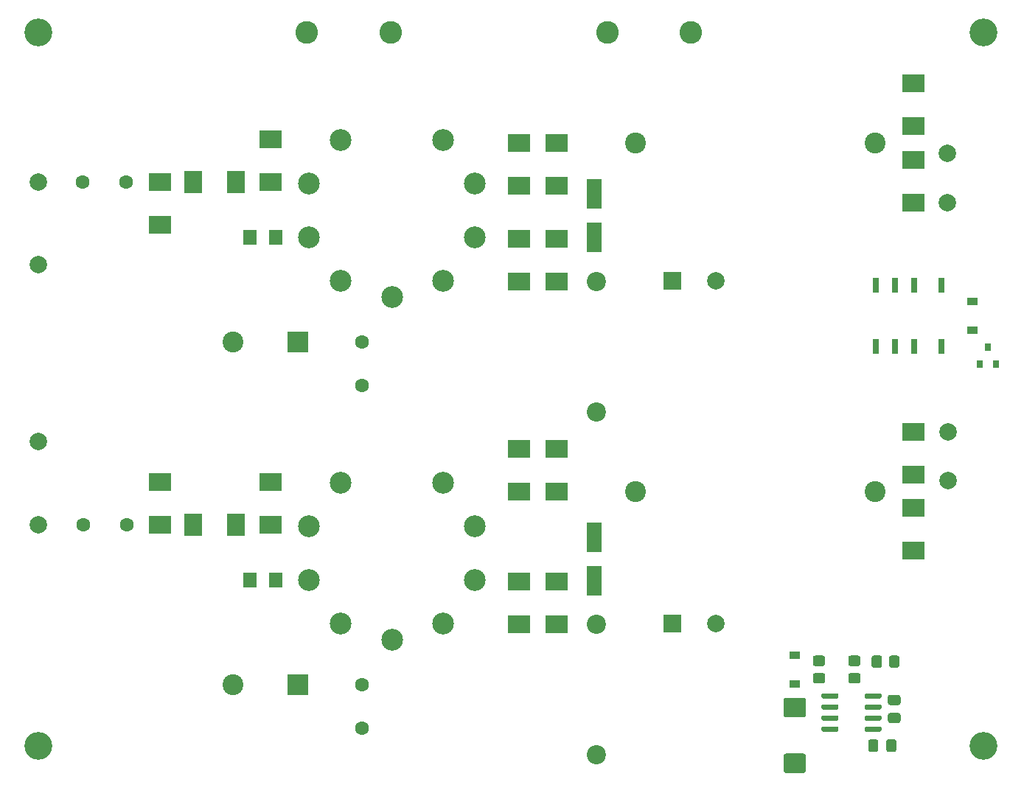
<source format=gbr>
G04 #@! TF.GenerationSoftware,KiCad,Pcbnew,(5.1.10-0-10_14)*
G04 #@! TF.CreationDate,2021-08-01T17:54:09+02:00*
G04 #@! TF.ProjectId,pre-amp-ecc88,7072652d-616d-4702-9d65-636338382e6b,rev?*
G04 #@! TF.SameCoordinates,Original*
G04 #@! TF.FileFunction,Soldermask,Top*
G04 #@! TF.FilePolarity,Negative*
%FSLAX46Y46*%
G04 Gerber Fmt 4.6, Leading zero omitted, Abs format (unit mm)*
G04 Created by KiCad (PCBNEW (5.1.10-0-10_14)) date 2021-08-01 17:54:09*
%MOMM*%
%LPD*%
G01*
G04 APERTURE LIST*
%ADD10C,2.000000*%
%ADD11R,2.000000X2.000000*%
%ADD12R,2.600000X2.100000*%
%ADD13R,0.800000X1.800000*%
%ADD14R,0.800000X0.900000*%
%ADD15R,1.200000X0.900000*%
%ADD16C,2.499360*%
%ADD17R,1.800000X3.500000*%
%ADD18C,2.400000*%
%ADD19R,2.400000X2.400000*%
%ADD20C,1.600000*%
%ADD21R,1.500000X1.800000*%
%ADD22R,2.100000X2.600000*%
%ADD23C,2.600000*%
%ADD24C,2.200000*%
%ADD25C,3.200000*%
G04 APERTURE END LIST*
D10*
X121636800Y-104749600D03*
D11*
X116636800Y-104749600D03*
D10*
X121636800Y-144119600D03*
D11*
X116636800Y-144119600D03*
D12*
X144335500Y-127000000D03*
X144335500Y-122100000D03*
X144335500Y-90868500D03*
X144335500Y-95768500D03*
D13*
X147564000Y-105268000D03*
X144364000Y-105268000D03*
X142164000Y-105268000D03*
X139964000Y-105268000D03*
X139964000Y-112268000D03*
X142164000Y-112268000D03*
X144364000Y-112268000D03*
X147564000Y-112268000D03*
G36*
G01*
X138722000Y-152550000D02*
X138722000Y-152250000D01*
G75*
G02*
X138872000Y-152100000I150000J0D01*
G01*
X140522000Y-152100000D01*
G75*
G02*
X140672000Y-152250000I0J-150000D01*
G01*
X140672000Y-152550000D01*
G75*
G02*
X140522000Y-152700000I-150000J0D01*
G01*
X138872000Y-152700000D01*
G75*
G02*
X138722000Y-152550000I0J150000D01*
G01*
G37*
G36*
G01*
X138722000Y-153820000D02*
X138722000Y-153520000D01*
G75*
G02*
X138872000Y-153370000I150000J0D01*
G01*
X140522000Y-153370000D01*
G75*
G02*
X140672000Y-153520000I0J-150000D01*
G01*
X140672000Y-153820000D01*
G75*
G02*
X140522000Y-153970000I-150000J0D01*
G01*
X138872000Y-153970000D01*
G75*
G02*
X138722000Y-153820000I0J150000D01*
G01*
G37*
G36*
G01*
X138722000Y-155090000D02*
X138722000Y-154790000D01*
G75*
G02*
X138872000Y-154640000I150000J0D01*
G01*
X140522000Y-154640000D01*
G75*
G02*
X140672000Y-154790000I0J-150000D01*
G01*
X140672000Y-155090000D01*
G75*
G02*
X140522000Y-155240000I-150000J0D01*
G01*
X138872000Y-155240000D01*
G75*
G02*
X138722000Y-155090000I0J150000D01*
G01*
G37*
G36*
G01*
X138722000Y-156360000D02*
X138722000Y-156060000D01*
G75*
G02*
X138872000Y-155910000I150000J0D01*
G01*
X140522000Y-155910000D01*
G75*
G02*
X140672000Y-156060000I0J-150000D01*
G01*
X140672000Y-156360000D01*
G75*
G02*
X140522000Y-156510000I-150000J0D01*
G01*
X138872000Y-156510000D01*
G75*
G02*
X138722000Y-156360000I0J150000D01*
G01*
G37*
G36*
G01*
X133772000Y-156360000D02*
X133772000Y-156060000D01*
G75*
G02*
X133922000Y-155910000I150000J0D01*
G01*
X135572000Y-155910000D01*
G75*
G02*
X135722000Y-156060000I0J-150000D01*
G01*
X135722000Y-156360000D01*
G75*
G02*
X135572000Y-156510000I-150000J0D01*
G01*
X133922000Y-156510000D01*
G75*
G02*
X133772000Y-156360000I0J150000D01*
G01*
G37*
G36*
G01*
X133772000Y-155090000D02*
X133772000Y-154790000D01*
G75*
G02*
X133922000Y-154640000I150000J0D01*
G01*
X135572000Y-154640000D01*
G75*
G02*
X135722000Y-154790000I0J-150000D01*
G01*
X135722000Y-155090000D01*
G75*
G02*
X135572000Y-155240000I-150000J0D01*
G01*
X133922000Y-155240000D01*
G75*
G02*
X133772000Y-155090000I0J150000D01*
G01*
G37*
G36*
G01*
X133772000Y-153820000D02*
X133772000Y-153520000D01*
G75*
G02*
X133922000Y-153370000I150000J0D01*
G01*
X135572000Y-153370000D01*
G75*
G02*
X135722000Y-153520000I0J-150000D01*
G01*
X135722000Y-153820000D01*
G75*
G02*
X135572000Y-153970000I-150000J0D01*
G01*
X133922000Y-153970000D01*
G75*
G02*
X133772000Y-153820000I0J150000D01*
G01*
G37*
G36*
G01*
X133772000Y-152550000D02*
X133772000Y-152250000D01*
G75*
G02*
X133922000Y-152100000I150000J0D01*
G01*
X135572000Y-152100000D01*
G75*
G02*
X135722000Y-152250000I0J-150000D01*
G01*
X135722000Y-152550000D01*
G75*
G02*
X135572000Y-152700000I-150000J0D01*
G01*
X133922000Y-152700000D01*
G75*
G02*
X133772000Y-152550000I0J150000D01*
G01*
G37*
G36*
G01*
X141513000Y-148913001D02*
X141513000Y-148012999D01*
G75*
G02*
X141762999Y-147763000I249999J0D01*
G01*
X142463001Y-147763000D01*
G75*
G02*
X142713000Y-148012999I0J-249999D01*
G01*
X142713000Y-148913001D01*
G75*
G02*
X142463001Y-149163000I-249999J0D01*
G01*
X141762999Y-149163000D01*
G75*
G02*
X141513000Y-148913001I0J249999D01*
G01*
G37*
G36*
G01*
X139513000Y-148913001D02*
X139513000Y-148012999D01*
G75*
G02*
X139762999Y-147763000I249999J0D01*
G01*
X140463001Y-147763000D01*
G75*
G02*
X140713000Y-148012999I0J-249999D01*
G01*
X140713000Y-148913001D01*
G75*
G02*
X140463001Y-149163000I-249999J0D01*
G01*
X139762999Y-149163000D01*
G75*
G02*
X139513000Y-148913001I0J249999D01*
G01*
G37*
G36*
G01*
X137090999Y-149768000D02*
X137991001Y-149768000D01*
G75*
G02*
X138241000Y-150017999I0J-249999D01*
G01*
X138241000Y-150718001D01*
G75*
G02*
X137991001Y-150968000I-249999J0D01*
G01*
X137090999Y-150968000D01*
G75*
G02*
X136841000Y-150718001I0J249999D01*
G01*
X136841000Y-150017999D01*
G75*
G02*
X137090999Y-149768000I249999J0D01*
G01*
G37*
G36*
G01*
X137090999Y-147768000D02*
X137991001Y-147768000D01*
G75*
G02*
X138241000Y-148017999I0J-249999D01*
G01*
X138241000Y-148718001D01*
G75*
G02*
X137991001Y-148968000I-249999J0D01*
G01*
X137090999Y-148968000D01*
G75*
G02*
X136841000Y-148718001I0J249999D01*
G01*
X136841000Y-148017999D01*
G75*
G02*
X137090999Y-147768000I249999J0D01*
G01*
G37*
G36*
G01*
X133927001Y-148968000D02*
X133026999Y-148968000D01*
G75*
G02*
X132777000Y-148718001I0J249999D01*
G01*
X132777000Y-148017999D01*
G75*
G02*
X133026999Y-147768000I249999J0D01*
G01*
X133927001Y-147768000D01*
G75*
G02*
X134177000Y-148017999I0J-249999D01*
G01*
X134177000Y-148718001D01*
G75*
G02*
X133927001Y-148968000I-249999J0D01*
G01*
G37*
G36*
G01*
X133927001Y-150968000D02*
X133026999Y-150968000D01*
G75*
G02*
X132777000Y-150718001I0J249999D01*
G01*
X132777000Y-150017999D01*
G75*
G02*
X133026999Y-149768000I249999J0D01*
G01*
X133927001Y-149768000D01*
G75*
G02*
X134177000Y-150017999I0J-249999D01*
G01*
X134177000Y-150718001D01*
G75*
G02*
X133927001Y-150968000I-249999J0D01*
G01*
G37*
D14*
X152847000Y-112300000D03*
X153797000Y-114300000D03*
X151897000Y-114300000D03*
D15*
X151130000Y-110362000D03*
X151130000Y-107062000D03*
X130683000Y-147702000D03*
X130683000Y-151002000D03*
G36*
G01*
X142588000Y-153452500D02*
X141638000Y-153452500D01*
G75*
G02*
X141388000Y-153202500I0J250000D01*
G01*
X141388000Y-152527500D01*
G75*
G02*
X141638000Y-152277500I250000J0D01*
G01*
X142588000Y-152277500D01*
G75*
G02*
X142838000Y-152527500I0J-250000D01*
G01*
X142838000Y-153202500D01*
G75*
G02*
X142588000Y-153452500I-250000J0D01*
G01*
G37*
G36*
G01*
X142588000Y-155527500D02*
X141638000Y-155527500D01*
G75*
G02*
X141388000Y-155277500I0J250000D01*
G01*
X141388000Y-154602500D01*
G75*
G02*
X141638000Y-154352500I250000J0D01*
G01*
X142588000Y-154352500D01*
G75*
G02*
X142838000Y-154602500I0J-250000D01*
G01*
X142838000Y-155277500D01*
G75*
G02*
X142588000Y-155527500I-250000J0D01*
G01*
G37*
G36*
G01*
X141187500Y-158590000D02*
X141187500Y-157640000D01*
G75*
G02*
X141437500Y-157390000I250000J0D01*
G01*
X142112500Y-157390000D01*
G75*
G02*
X142362500Y-157640000I0J-250000D01*
G01*
X142362500Y-158590000D01*
G75*
G02*
X142112500Y-158840000I-250000J0D01*
G01*
X141437500Y-158840000D01*
G75*
G02*
X141187500Y-158590000I0J250000D01*
G01*
G37*
G36*
G01*
X139112500Y-158590000D02*
X139112500Y-157640000D01*
G75*
G02*
X139362500Y-157390000I250000J0D01*
G01*
X140037500Y-157390000D01*
G75*
G02*
X140287500Y-157640000I0J-250000D01*
G01*
X140287500Y-158590000D01*
G75*
G02*
X140037500Y-158840000I-250000J0D01*
G01*
X139362500Y-158840000D01*
G75*
G02*
X139112500Y-158590000I0J250000D01*
G01*
G37*
G36*
G01*
X131708001Y-154872000D02*
X129657999Y-154872000D01*
G75*
G02*
X129408000Y-154622001I0J249999D01*
G01*
X129408000Y-152871999D01*
G75*
G02*
X129657999Y-152622000I249999J0D01*
G01*
X131708001Y-152622000D01*
G75*
G02*
X131958000Y-152871999I0J-249999D01*
G01*
X131958000Y-154622001D01*
G75*
G02*
X131708001Y-154872000I-249999J0D01*
G01*
G37*
G36*
G01*
X131708001Y-161272000D02*
X129657999Y-161272000D01*
G75*
G02*
X129408000Y-161022001I0J249999D01*
G01*
X129408000Y-159271999D01*
G75*
G02*
X129657999Y-159022000I249999J0D01*
G01*
X131708001Y-159022000D01*
G75*
G02*
X131958000Y-159271999I0J-249999D01*
G01*
X131958000Y-161022001D01*
G75*
G02*
X131708001Y-161272000I-249999J0D01*
G01*
G37*
D16*
X78562200Y-88519000D03*
X74930000Y-93522800D03*
X74930000Y-99695000D03*
X78562200Y-104698800D03*
X84439760Y-106608880D03*
X90317320Y-104698800D03*
X93949520Y-99695000D03*
X93949520Y-93522800D03*
X90317320Y-88519000D03*
X78562200Y-127889000D03*
X74930000Y-132892800D03*
X74930000Y-139065000D03*
X78562200Y-144068800D03*
X84439760Y-145978880D03*
X90317320Y-144068800D03*
X93949520Y-139065000D03*
X93949520Y-132892800D03*
X90317320Y-127889000D03*
D17*
X107696000Y-99742000D03*
X107696000Y-94742000D03*
X107696000Y-139192000D03*
X107696000Y-134192000D03*
D18*
X112395000Y-88900000D03*
X139895000Y-88900000D03*
X112395000Y-128905000D03*
X139895000Y-128905000D03*
X66160000Y-111760000D03*
D19*
X73660000Y-111760000D03*
D20*
X81026000Y-116760000D03*
X81026000Y-111760000D03*
D18*
X66160000Y-151130000D03*
D19*
X73660000Y-151130000D03*
D20*
X81026000Y-156130000D03*
X81026000Y-151130000D03*
D12*
X144335500Y-82031500D03*
X144335500Y-86931500D03*
X99060000Y-93800000D03*
X99060000Y-88900000D03*
X103378000Y-93800000D03*
X103378000Y-88900000D03*
X70485000Y-93345000D03*
X70485000Y-88445000D03*
X99060000Y-99875000D03*
X99060000Y-104775000D03*
X103378000Y-99875000D03*
X103378000Y-104775000D03*
D21*
X68120000Y-99695000D03*
X71120000Y-99695000D03*
D22*
X61595000Y-93345000D03*
X66495000Y-93345000D03*
D12*
X57785000Y-98245000D03*
X57785000Y-93345000D03*
D10*
X148209000Y-90106500D03*
X148209000Y-95758000D03*
D23*
X74676000Y-76200000D03*
X84328000Y-76200000D03*
D10*
X43815000Y-102870000D03*
X43815000Y-93345000D03*
D24*
X107886500Y-119775000D03*
X107886500Y-104775000D03*
D20*
X48895000Y-93345000D03*
X53895000Y-93345000D03*
D12*
X144335500Y-130810000D03*
X144335500Y-135710000D03*
X99060000Y-124005000D03*
X99060000Y-128905000D03*
X103378000Y-124005000D03*
X103378000Y-128905000D03*
X70485000Y-132715000D03*
X70485000Y-127815000D03*
X99060000Y-139245000D03*
X99060000Y-144145000D03*
X103378000Y-139245000D03*
X103378000Y-144145000D03*
D21*
X68120000Y-139065000D03*
X71120000Y-139065000D03*
D22*
X61595000Y-132715000D03*
X66495000Y-132715000D03*
D12*
X57785000Y-127815000D03*
X57785000Y-132715000D03*
D10*
X148272500Y-127698500D03*
X148272500Y-122047000D03*
D23*
X109220000Y-76200000D03*
X118745000Y-76200000D03*
D10*
X43815000Y-123190000D03*
X43815000Y-132715000D03*
D25*
X152400000Y-76200000D03*
X152400000Y-158115000D03*
X43815000Y-158115000D03*
X43815000Y-76200000D03*
D24*
X107886500Y-159145000D03*
X107886500Y-144145000D03*
D20*
X48975000Y-132715000D03*
X53975000Y-132715000D03*
M02*

</source>
